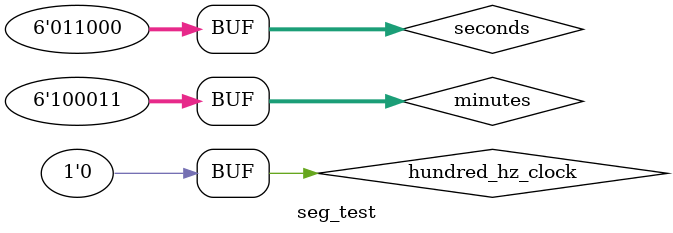
<source format=v>
`timescale 1ns / 1ps


module seg_test;

	// Inputs
	reg [5:0] minutes;
	reg [5:0] seconds;
	reg hundred_hz_clock;

	// Outputs
	wire [6:0] vec0;
	wire [6:0] vec1;
	wire [6:0] vec2;
	wire [6:0] vec3;

	// Instantiate the Unit Under Test (UUT)
	seven_segment_display uut (
		.minutes(minutes), 
		.seconds(seconds), 
		.hundred_hz_clock(hundred_hz_clock), 
		.vec0(vec0), 
		.vec1(vec1), 
		.vec2(vec2), 
		.vec3(vec3)
	);

	initial begin
		// Initialize Inputs
		minutes = 0;
		seconds = 0;
		hundred_hz_clock = 0;

		// Wait 100 ns for global reset to finish
		#100;
        minutes = 35;
        seconds = 24;
        
        
		// Add stimulus here

	end
      
endmodule


</source>
